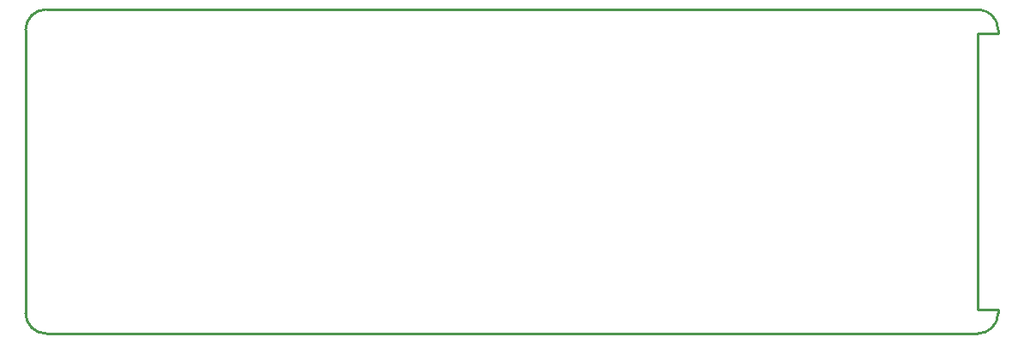
<source format=gko>
G04*
G04 #@! TF.GenerationSoftware,Altium Limited,Altium Designer,21.2.1 (34)*
G04*
G04 Layer_Color=16711935*
%FSLAX25Y25*%
%MOIN*%
G70*
G04*
G04 #@! TF.SameCoordinates,937FA343-5D84-449D-BBD7-2FC7B833E5F3*
G04*
G04*
G04 #@! TF.FilePolarity,Positive*
G04*
G01*
G75*
%ADD10C,0.01000*%
D10*
X362205Y-7874D02*
G03*
X370079Y0I-0J7874D01*
G01*
Y110236D02*
G03*
X362205Y118110I-7874J0D01*
G01*
X-7874Y0D02*
G03*
X-0Y-7874I7874J0D01*
G01*
Y118110D02*
G03*
X-7874Y110236I0J-7874D01*
G01*
X299213Y118110D02*
X362205D01*
X299213Y-7874D02*
X362205D01*
X370079Y108661D02*
Y110236D01*
X362205Y1575D02*
Y108661D01*
Y1575D02*
X370079D01*
Y0D02*
Y1575D01*
X362205Y108661D02*
X370079D01*
X-0Y-7874D02*
X299213D01*
X-7874Y0D02*
Y110236D01*
X-0Y118110D02*
X299213D01*
M02*

</source>
